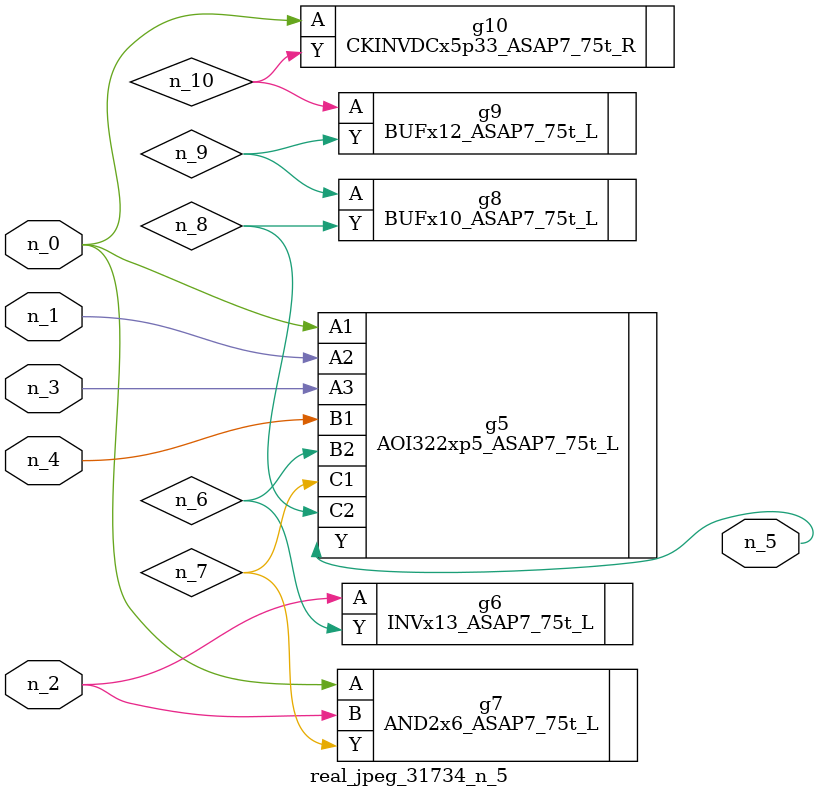
<source format=v>
module real_jpeg_31734_n_5 (n_4, n_0, n_1, n_2, n_3, n_5);

input n_4;
input n_0;
input n_1;
input n_2;
input n_3;

output n_5;

wire n_8;
wire n_6;
wire n_7;
wire n_10;
wire n_9;

AOI322xp5_ASAP7_75t_L g5 ( 
.A1(n_0),
.A2(n_1),
.A3(n_3),
.B1(n_4),
.B2(n_6),
.C1(n_7),
.C2(n_8),
.Y(n_5)
);

AND2x6_ASAP7_75t_L g7 ( 
.A(n_0),
.B(n_2),
.Y(n_7)
);

CKINVDCx5p33_ASAP7_75t_R g10 ( 
.A(n_0),
.Y(n_10)
);

INVx13_ASAP7_75t_L g6 ( 
.A(n_2),
.Y(n_6)
);

BUFx10_ASAP7_75t_L g8 ( 
.A(n_9),
.Y(n_8)
);

BUFx12_ASAP7_75t_L g9 ( 
.A(n_10),
.Y(n_9)
);


endmodule
</source>
